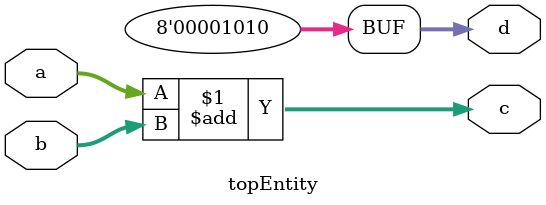
<source format=v>
module topEntity(a, b, c, d);
   parameter WIDTH = 8;

   input [WIDTH - 1:0] a;
   input [WIDTH - 1:0] b;
   output [WIDTH - 1:0]	c;
   output [WIDTH - 1:0]	d;
   
   assign c = a + b;
   assign d = 10;
   
endmodule // topEntity


</source>
